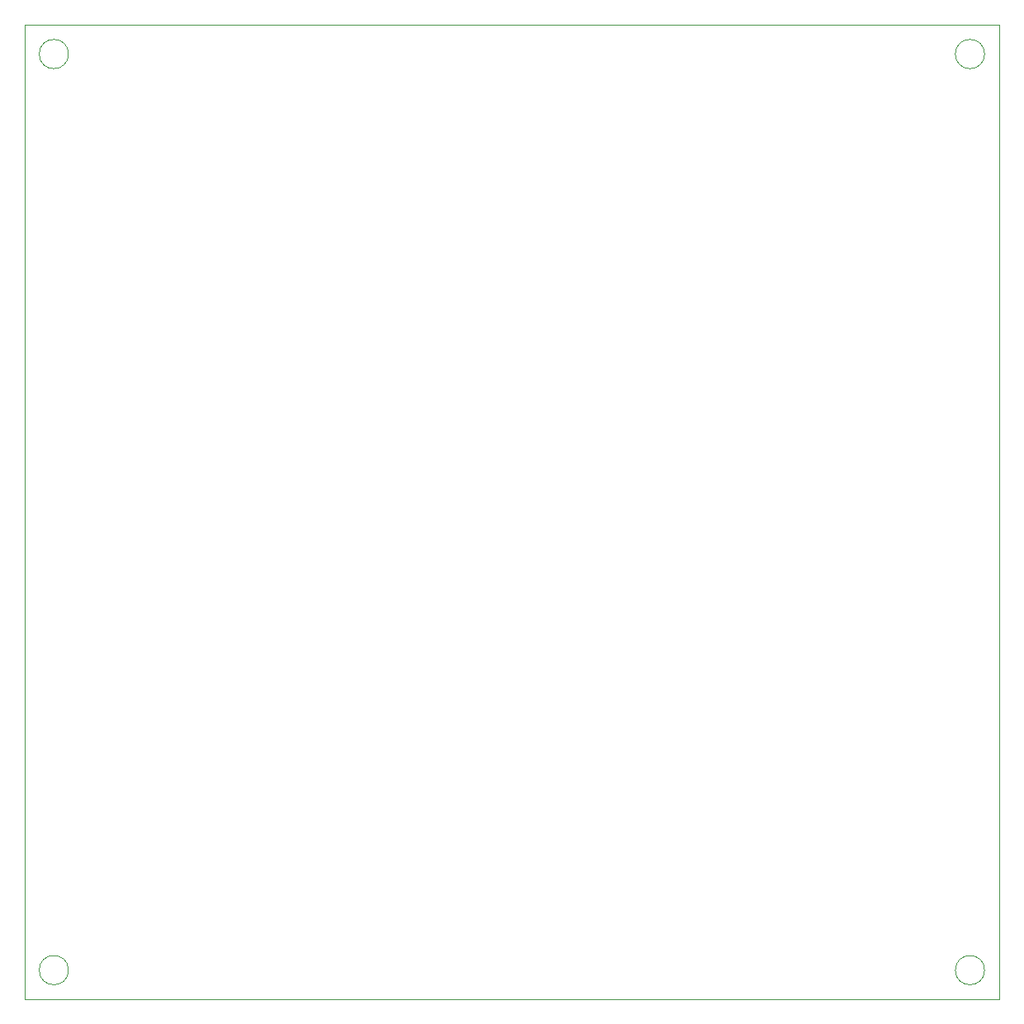
<source format=gbr>
G04 #@! TF.GenerationSoftware,KiCad,Pcbnew,(5.1.6)-1*
G04 #@! TF.CreationDate,2020-12-31T15:43:45+09:00*
G04 #@! TF.ProjectId,AA_discharger,41415f64-6973-4636-9861-726765722e6b,rev?*
G04 #@! TF.SameCoordinates,Original*
G04 #@! TF.FileFunction,Profile,NP*
%FSLAX46Y46*%
G04 Gerber Fmt 4.6, Leading zero omitted, Abs format (unit mm)*
G04 Created by KiCad (PCBNEW (5.1.6)-1) date 2020-12-31 15:43:45*
%MOMM*%
%LPD*%
G01*
G04 APERTURE LIST*
G04 #@! TA.AperFunction,Profile*
%ADD10C,0.050000*%
G04 #@! TD*
G04 APERTURE END LIST*
D10*
X54500000Y-147000000D02*
G75*
G03*
X54500000Y-147000000I-1500000J0D01*
G01*
X54500000Y-53000000D02*
G75*
G03*
X54500000Y-53000000I-1500000J0D01*
G01*
X148500000Y-53000000D02*
G75*
G03*
X148500000Y-53000000I-1500000J0D01*
G01*
X148500000Y-147000000D02*
G75*
G03*
X148500000Y-147000000I-1500000J0D01*
G01*
X150000000Y-50000000D02*
X50000000Y-50000000D01*
X150000000Y-150000000D02*
X150000000Y-50000000D01*
X50000000Y-150000000D02*
X150000000Y-150000000D01*
X50000000Y-50000000D02*
X50000000Y-150000000D01*
M02*

</source>
